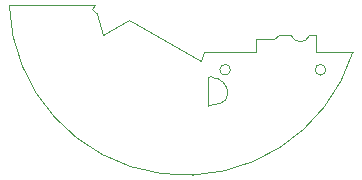
<source format=gbr>
%TF.GenerationSoftware,KiCad,Pcbnew,9.0.0*%
%TF.CreationDate,2025-08-30T10:43:31+02:00*%
%TF.ProjectId,36mm PCB,33366d6d-2050-4434-922e-6b696361645f,rev?*%
%TF.SameCoordinates,Original*%
%TF.FileFunction,Profile,NP*%
%FSLAX46Y46*%
G04 Gerber Fmt 4.6, Leading zero omitted, Abs format (unit mm)*
G04 Created by KiCad (PCBNEW 9.0.0) date 2025-08-30 10:43:31*
%MOMM*%
%LPD*%
G01*
G04 APERTURE LIST*
%TA.AperFunction,Profile*%
%ADD10C,0.100000*%
%TD*%
G04 APERTURE END LIST*
D10*
X192577094Y-114502552D02*
X192085265Y-114114244D01*
X211052185Y-116347058D02*
X210550893Y-116347058D01*
X201983969Y-119910111D02*
X201983969Y-122303710D01*
X202305677Y-119916425D02*
G75*
G02*
X202164802Y-119805722I3723J149725D01*
G01*
X210550893Y-116347058D02*
G75*
G02*
X208974459Y-116347058I-788217J318082D01*
G01*
X203633969Y-121278843D02*
G75*
G02*
X202983260Y-122105161I-850069J43D01*
G01*
X185116166Y-113784534D02*
X192345576Y-113784534D01*
X193091793Y-116343816D02*
G75*
G02*
X192577097Y-114502552I7135607J2987216D01*
G01*
X202983257Y-122105150D02*
G75*
G02*
X201983969Y-122303709I-2948757J12226350D01*
G01*
X202164750Y-119805736D02*
X201983969Y-119910111D01*
X211917772Y-119254534D02*
G75*
G02*
X211017772Y-119254534I-450000J0D01*
G01*
X211017772Y-119254534D02*
G75*
G02*
X211917772Y-119254534I450000J0D01*
G01*
X201314746Y-118554984D02*
X201613891Y-117733090D01*
X207972650Y-116347058D02*
X208974459Y-116347058D01*
X211052185Y-117733090D02*
X214228191Y-117733090D01*
X192345576Y-113784534D02*
X192085265Y-114114244D01*
X193091793Y-116343816D02*
X195288342Y-115075638D01*
X207563074Y-116633846D02*
X207972650Y-116347058D01*
X203847772Y-119254534D02*
G75*
G02*
X202947772Y-119254534I-450000J0D01*
G01*
X202947772Y-119254534D02*
G75*
G02*
X203847772Y-119254534I450000J0D01*
G01*
X206034880Y-117733090D02*
X201613891Y-117733090D01*
X206034880Y-117733090D02*
X206034880Y-116633846D01*
X202305677Y-119916425D02*
G75*
G02*
X203633916Y-121278843I-34677J-1362475D01*
G01*
X211052185Y-116347058D02*
X211052185Y-117733090D01*
X195288342Y-115075638D02*
X201314746Y-118554984D01*
X206034880Y-116633846D02*
X207563074Y-116633846D01*
X214228191Y-117733090D02*
G75*
G02*
X185116162Y-113784534I-14220421J4448550D01*
G01*
M02*

</source>
